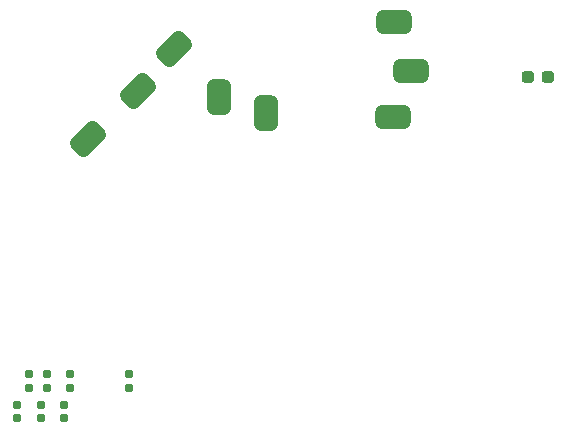
<source format=gbr>
%TF.GenerationSoftware,KiCad,Pcbnew,8.0.6-hq-2-g3d73d9976a*%
%TF.CreationDate,2024-12-24T21:53:32+08:00*%
%TF.ProjectId,DemoBoard_SensorForTemp&Rh_IntegratedWithMCU,44656d6f-426f-4617-9264-5f53656e736f,rev?*%
%TF.SameCoordinates,Original*%
%TF.FileFunction,Paste,Bot*%
%TF.FilePolarity,Positive*%
%FSLAX46Y46*%
G04 Gerber Fmt 4.6, Leading zero omitted, Abs format (unit mm)*
G04 Created by KiCad (PCBNEW 8.0.6-hq-2-g3d73d9976a) date 2024-12-24 21:53:32*
%MOMM*%
%LPD*%
G01*
G04 APERTURE LIST*
G04 Aperture macros list*
%AMRoundRect*
0 Rectangle with rounded corners*
0 $1 Rounding radius*
0 $2 $3 $4 $5 $6 $7 $8 $9 X,Y pos of 4 corners*
0 Add a 4 corners polygon primitive as box body*
4,1,4,$2,$3,$4,$5,$6,$7,$8,$9,$2,$3,0*
0 Add four circle primitives for the rounded corners*
1,1,$1+$1,$2,$3*
1,1,$1+$1,$4,$5*
1,1,$1+$1,$6,$7*
1,1,$1+$1,$8,$9*
0 Add four rect primitives between the rounded corners*
20,1,$1+$1,$2,$3,$4,$5,0*
20,1,$1+$1,$4,$5,$6,$7,0*
20,1,$1+$1,$6,$7,$8,$9,0*
20,1,$1+$1,$8,$9,$2,$3,0*%
G04 Aperture macros list end*
%ADD10RoundRect,0.500000X-0.500000X1.000000X-0.500000X-1.000000X0.500000X-1.000000X0.500000X1.000000X0*%
%ADD11RoundRect,0.500000X0.353553X1.060660X-1.060660X-0.353553X-0.353553X-1.060660X1.060660X0.353553X0*%
%ADD12RoundRect,0.155000X0.155000X-0.212500X0.155000X0.212500X-0.155000X0.212500X-0.155000X-0.212500X0*%
%ADD13RoundRect,0.500000X1.000000X0.500000X-1.000000X0.500000X-1.000000X-0.500000X1.000000X-0.500000X0*%
%ADD14RoundRect,0.237500X0.287500X0.237500X-0.287500X0.237500X-0.287500X-0.237500X0.287500X-0.237500X0*%
%ADD15RoundRect,0.500000X-1.000000X-0.500000X1.000000X-0.500000X1.000000X0.500000X-1.000000X0.500000X0*%
G04 APERTURE END LIST*
D10*
%TO.C,nCS*%
X138544300Y-109956600D03*
%TD*%
D11*
%TO.C,nDC*%
X130708400Y-104533700D03*
%TD*%
D12*
%TO.C,C7*%
X118440000Y-133231700D03*
X118440000Y-132096700D03*
%TD*%
D13*
%TO.C,SCL*%
X149352000Y-102285800D03*
%TD*%
D11*
%TO.C,SDA*%
X127635000Y-108077000D03*
%TD*%
D14*
%TO.C,C3*%
X162419000Y-106944000D03*
X160669000Y-106944000D03*
%TD*%
D12*
%TO.C,C10*%
X121440000Y-135822500D03*
X121440000Y-134687500D03*
%TD*%
D11*
%TO.C,SCK*%
X123444000Y-112141000D03*
%TD*%
D12*
%TO.C,C17*%
X126940000Y-133231700D03*
X126940000Y-132096700D03*
%TD*%
D10*
%TO.C,nCS*%
X134493000Y-108585000D03*
%TD*%
D12*
%TO.C,C9*%
X119940000Y-133231700D03*
X119940000Y-132096700D03*
%TD*%
D15*
%TO.C,SDA*%
X149225000Y-110312200D03*
%TD*%
D12*
%TO.C,C8*%
X119440000Y-135822500D03*
X119440000Y-134687500D03*
%TD*%
D13*
%TO.C,SCL*%
X150749000Y-106426000D03*
%TD*%
D12*
%TO.C,C6*%
X117440000Y-135822500D03*
X117440000Y-134687500D03*
%TD*%
%TO.C,C16*%
X121940000Y-133231700D03*
X121940000Y-132096700D03*
%TD*%
M02*

</source>
